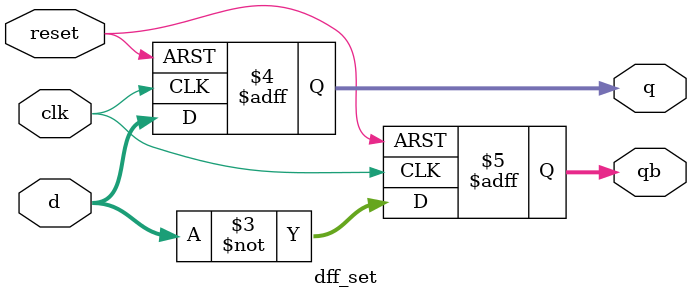
<source format=v>
module dff_set(clk,reset,d,q,qb);
input  clk,reset;
input[31:0] d;
output[31:0]  q,qb;
reg[31:0] q,qb;
always @(posedge clk or negedge reset)
		begin if(!reset) begin
			q<=0;
			qb<=1;
		end
		else 
		begin
			q<=d;
			qb<=~d;
		end 
	end
endmodule
</source>
